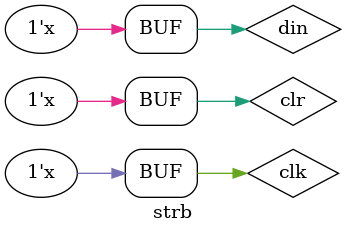
<source format=v>
/* module shiftreg(input din,clk,clr, output reg y );
   reg [3:0] temp;
   always (@posedge clk)
   begin 
   if(clr)
    temp = 4'b0;
   else 
   begin 
	 
   temp = temp>>1'b1;
   temp[3]=din; 
	 end
	  y = temp[0];  
  end

endmodule
*/
module shiftreg(input din,clk,clr,output reg y
               
    );
    reg [3:0]temp;
    always@(posedge clk)
    begin
    if(clr)
    temp=4'b0;
    else
    begin
   
   temp=temp>>1'b1;
   temp[3]=din ;
    
    end
    y=temp[0];
    end
endmodule

module strb();
wire y; 
reg din,clk,clr; 
reg [3:0] temp;
shiftreg du1(.clk(clk),.din(din),.clr(clr),.y(y));
initial 
   begin 
      clk= 1'b1; 
	  clr= 1'b0; 
	  din= 1'b0; 
	end
  always #5   clk=~clk; 
  always #100 clr=~clr;
  always #20  din =~din; 
endmodule

</source>
